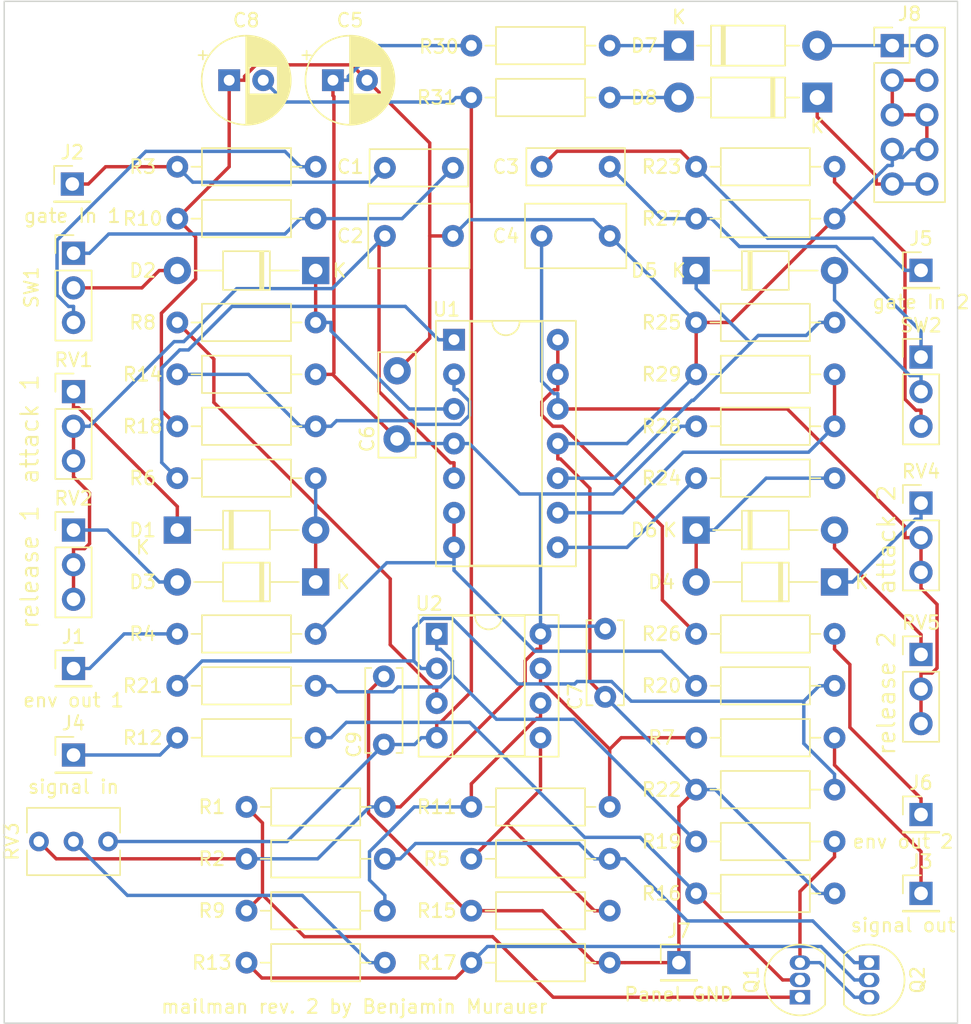
<source format=kicad_pcb>
(kicad_pcb (version 20240108) (generator "pcbnew") (generator_version "8.0")
  (layers (0 "F.Cu" signal) (31 "B.Cu" signal) (34 "B.Paste" user) (35 "F.Paste" user) (36 "B.SilkS" user "B.Silkscreen") (37 "F.SilkS" user "F.Silkscreen") (38 "B.Mask" user) (39 "F.Mask" user) (44 "Edge.Cuts" user))
  (net 0 "")
  (net 1 "Net-(SW1-C)")
  (net 2 "Net-(SW1-A)")
  (net 3 "Net-(SW2-C)")
  (net 4 "Net-(SW2-A)")
  (net 5 "+12V")
  (net 6 "GNDREF")
  (net 7 "-12V")
  (net 8 "Net-(D1-A)")
  (net 9 "Net-(D1-K)")
  (net 10 "Net-(D2-A)")
  (net 11 "Net-(D2-K)")
  (net 12 "Net-(D3-A)")
  (net 13 "Net-(D4-A)")
  (net 14 "Net-(D5-K)")
  (net 15 "Net-(D5-A)")
  (net 16 "Net-(D6-A)")
  (net 17 "Net-(U1A--)")
  (net 18 "Net-(J2-Pin_1)")
  (net 19 "Net-(U2B-+)")
  (net 20 "Net-(D7-K)")
  (net 21 "Net-(D7-A)")
  (net 22 "Net-(D8-A)")
  (net 23 "Net-(J1-Pin_1)")
  (net 24 "Net-(Q1-E)")
  (net 25 "Net-(Q1-C)")
  (net 26 "Net-(Q1-B)")
  (net 27 "Net-(Q2-B)")
  (net 28 "Net-(Q2-C)")
  (net 29 "Net-(U2B--)")
  (net 30 "Net-(U2A--)")
  (net 31 "Net-(U1B-+)")
  (net 32 "Net-(U1B--)")
  (net 33 "Net-(U1D-+)")
  (net 34 "Net-(D4-K)")
  (net 35 "Net-(J4-Pin_1)")
  (net 36 "Net-(U1C--)")
  (net 37 "Net-(U1D--)")
  (net 38 "Net-(J5-Pin_1)")
  (net 39 "Net-(J6-Pin_1)")
  (net 40 "Net-(D8-K)")
  (net 41 "Net-(J3-Pin_1)")
  (net 42 "Net-(R6-Pad1)")
  (net 43 "Net-(R11-Pad2)")
  (net 44 "Net-(R13-Pad2)")
  (net 45 "Net-(R19-Pad1)")
  (net 46 "Net-(R24-Pad1)")
  (net 47 "GND")
  (footprint "Resistor_THT:R_Axial_DIN0207_L6.3mm_D2.5mm_P10.16mm_Horizontal" (layer "F.Cu") (at 15.71 27.07)
    (property "Reference" "R8")
    (property "Value" "100k")
  )
  (footprint "Connector_PinHeader_2.54mm:PinHeader_1x01_P2.54mm_Vertical" (layer "F.Cu") (at 70.32 68.98)
    (property "Reference" "J3")
    (property "Value" "signal out")
  )
  (footprint "Connector_PinHeader_2.54mm:PinHeader_1x03_P2.54mm_Vertical" (layer "F.Cu") (at 8.09 42.31)
    (property "Reference" "RV2")
    (property "Value" "1M")
  )
  (footprint "MountingHole:MountingHole_3.2mm_M3" (layer "F.Cu") (at 8 73.5)
    (property "Reference" "H2" (hide yes))
    (property "Value" "MountingHole")
  )
  (footprint "Diode_THT:D_T-1_P10.16mm_Horizontal" (layer "F.Cu") (at 25.87 46.12 180)
    (property "Reference" "D3")
    (property "Value" "1N4148")
  )
  (footprint "Diode_THT:D_T-1_P10.16mm_Horizontal" (layer "F.Cu") (at 53.81 42.31)
    (property "Reference" "D6")
    (property "Value" "1N4148")
  )
  (footprint "Resistor_THT:R_Axial_DIN0207_L6.3mm_D2.5mm_P10.16mm_Horizontal" (layer "F.Cu") (at 37.3 70.25)
    (property "Reference" "R15")
    (property "Value" "100k")
  )
  (footprint "Resistor_THT:R_Axial_DIN0207_L6.3mm_D2.5mm_P10.16mm_Horizontal" (layer "F.Cu") (at 37.3 74.06)
    (property "Reference" "R17")
    (property "Value" "100R")
  )
  (footprint "Package_TO_SOT_THT:TO-92_Inline" (layer "F.Cu") (at 61.43 76.6 90)
    (property "Reference" "Q1")
    (property "Value" "BC547")
  )
  (footprint "Connector_PinHeader_2.54mm:PinHeader_1x01_P2.54mm_Vertical" (layer "F.Cu") (at 52.54 74.06)
    (property "Reference" "J7")
    (property "Value" "Panel GND")
  )
  (footprint "Resistor_THT:R_Axial_DIN0207_L6.3mm_D2.5mm_P10.16mm_Horizontal" (layer "F.Cu") (at 53.81 30.88)
    (property "Reference" "R29")
    (property "Value" "18k")
  )
  (footprint "Connector_PinHeader_2.54mm:PinHeader_2x05_P2.54mm_Vertical" (layer "F.Cu") (at 68.21 6.75)
    (property "Reference" "J8")
    (property "Value" "Eurorack")
  )
  (footprint "Resistor_THT:R_Axial_DIN0207_L6.3mm_D2.5mm_P10.16mm_Horizontal" (layer "F.Cu") (at 53.81 53.74)
    (property "Reference" "R20")
    (property "Value" "100k")
  )
  (footprint "Resistor_THT:R_Axial_DIN0207_L6.3mm_D2.5mm_P10.16mm_Horizontal" (layer "F.Cu") (at 20.79 74.06)
    (property "Reference" "R13")
    (property "Value" "100k")
  )
  (footprint "Resistor_THT:R_Axial_DIN0207_L6.3mm_D2.5mm_P10.16mm_Horizontal" (layer "F.Cu") (at 15.71 53.74)
    (property "Reference" "R21")
    (property "Value" "82k")
  )
  (footprint "Diode_THT:D_T-1_P10.16mm_Horizontal" (layer "F.Cu") (at 15.71 42.31)
    (property "Reference" "D1")
    (property "Value" "1N4148")
  )
  (footprint "Diode_THT:D_DO-41_SOD81_P10.16mm_Horizontal" (layer "F.Cu") (at 62.7 10.56 180)
    (property "Reference" "D8")
    (property "Value" "1N5819")
  )
  (footprint "Resistor_THT:R_Axial_DIN0207_L6.3mm_D2.5mm_P10.16mm_Horizontal" (layer "F.Cu") (at 53.81 68.98)
    (property "Reference" "R16")
    (property "Value" "100R")
  )
  (footprint "Capacitor_THT:C_Rect_L7.0mm_W2.5mm_P5.00mm" (layer "F.Cu") (at 30.95 15.72)
    (property "Reference" "C1")
    (property "Value" "47nF")
  )
  (footprint "Diode_THT:D_T-1_P10.16mm_Horizontal" (layer "F.Cu") (at 53.81 23.26)
    (property "Reference" "D5")
    (property "Value" "1N4148")
  )
  (footprint "Package_TO_SOT_THT:TO-92_Inline" (layer "F.Cu") (at 66.51 74.06 -90)
    (property "Reference" "Q2")
    (property "Value" "BC547")
  )
  (footprint "Resistor_THT:R_Axial_DIN0207_L6.3mm_D2.5mm_P10.16mm_Horizontal" (layer "F.Cu") (at 37.3 66.44)
    (property "Reference" "R5")
    (property "Value" "10k")
  )
  (footprint "Resistor_THT:R_Axial_DIN0207_L6.3mm_D2.5mm_P10.16mm_Horizontal" (layer "F.Cu") (at 53.81 49.93)
    (property "Reference" "R26")
    (property "Value" "1k")
  )
  (footprint "Resistor_THT:R_Axial_DIN0207_L6.3mm_D2.5mm_P10.16mm_Horizontal" (layer "F.Cu") (at 53.81 61.36)
    (property "Reference" "R22")
    (property "Value" "100k")
  )
  (footprint "Resistor_THT:R_Axial_DIN0207_L6.3mm_D2.5mm_P10.16mm_Horizontal" (layer "F.Cu") (at 15.71 19.45)
    (property "Reference" "R10")
    (property "Value" "100k")
  )
  (footprint "Diode_THT:D_T-1_P10.16mm_Horizontal" (layer "F.Cu") (at 25.87 23.26 180)
    (property "Reference" "D2")
    (property "Value" "1N4148")
  )
  (footprint "Resistor_THT:R_Axial_DIN0207_L6.3mm_D2.5mm_P10.16mm_Horizontal" (layer "F.Cu") (at 53.81 27.07)
    (property "Reference" "R25")
    (property "Value" "100k")
  )
  (footprint "Resistor_THT:R_Axial_DIN0207_L6.3mm_D2.5mm_P10.16mm_Horizontal" (layer "F.Cu") (at 63.97 19.45 180)
    (property "Reference" "R27")
    (property "Value" "100k")
  )
  (footprint "Resistor_THT:R_Axial_DIN0207_L6.3mm_D2.5mm_P10.16mm_Horizontal" (layer "F.Cu") (at 15.71 57.55)
    (property "Reference" "R12")
    (property "Value" "100k")
  )
  (footprint "Connector_PinHeader_2.54mm:PinHeader_1x03_P2.54mm_Vertical" (layer "F.Cu") (at 8.09 21.99)
    (property "Reference" "SW1")
    (property "Value" "Pluck / AD 1")
  )
  (footprint "Connector_PinHeader_2.54mm:PinHeader_1x03_P2.54mm_Vertical" (layer "F.Cu") (at 70.32 51.44)
    (property "Reference" "RV5")
    (property "Value" "1M")
  )
  (footprint "Resistor_THT:R_Axial_DIN0207_L6.3mm_D2.5mm_P10.16mm_Horizontal" (layer "F.Cu") (at 47.46 10.56 180)
    (property "Reference" "R31")
    (property "Value" "10")
  )
  (footprint "Resistor_THT:R_Axial_DIN0207_L6.3mm_D2.5mm_P10.16mm_Horizontal" (layer "F.Cu") (at 15.71 38.5)
    (property "Reference" "R6")
    (property "Value" "560R")
  )
  (footprint "Capacitor_THT:C_Rect_L7.2mm_W4.5mm_P5.00mm_FKS2_FKP2_MKS2_MKP2" (layer "F.Cu") (at 30.95 20.72)
    (property "Reference" "C2")
    (property "Value" "1uF")
  )
  (footprint "Connector_PinHeader_2.54mm:PinHeader_1x03_P2.54mm_Vertical" (layer "F.Cu") (at 70.32 40.33)
    (property "Reference" "RV4")
    (property "Value" "1M")
  )
  (footprint "Resistor_THT:R_Axial_DIN0207_L6.3mm_D2.5mm_P10.16mm_Horizontal" (layer "F.Cu") (at 47.46 6.75 180)
    (property "Reference" "R30")
    (property "Value" "10")
  )
  (footprint "Resistor_THT:R_Axial_DIN0207_L6.3mm_D2.5mm_P10.16mm_Horizontal" (layer "F.Cu") (at 63.97 34.69 180)
    (property "Reference" "R28")
    (property "Value" "82k")
  )
  (footprint "Resistor_THT:R_Axial_DIN0207_L6.3mm_D2.5mm_P10.16mm_Horizontal" (layer "F.Cu") (at 53.81 65.17)
    (property "Reference" "R19")
    (property "Value" "10k")
  )
  (footprint "MountingHole:MountingHole_3.2mm_M3" (layer "F.Cu") (at 8 8.5)
    (property "Reference" "H1" (hide yes))
    (property "Value" "MountingHole")
  )
  (footprint "Connector_PinHeader_2.54mm:PinHeader_1x03_P2.54mm_Vertical" (layer "F.Cu") (at 8.09 32.15)
    (property "Reference" "RV1")
    (property "Value" "1M")
  )
  (footprint "Capacitor_THT:C_Disc_D6.0mm_W2.5mm_P5.00mm" (layer "F.Cu") (at 47.13 54.55 90)
    (property "Reference" "C7")
    (property "Value" "100nF")
  )
  (footprint "Resistor_THT:R_Axial_DIN0207_L6.3mm_D2.5mm_P10.16mm_Horizontal" (layer "F.Cu") (at 15.71 15.64)
    (property "Reference" "R3")
    (property "Value" "100k")
  )
  (footprint "Resistor_THT:R_Axial_DIN0207_L6.3mm_D2.5mm_P10.16mm_Horizontal" (layer "F.Cu") (at 25.87 49.93 180)
    (property "Reference" "R4")
    (property "Value" "1k")
  )
  (footprint "Resistor_THT:R_Axial_DIN0207_L6.3mm_D2.5mm_P10.16mm_Horizontal" (layer "F.Cu") (at 20.79 70.25)
    (property "Reference" "R9")
    (property "Value" "10k")
  )
  (footprint "Resistor_THT:R_Axial_DIN0207_L6.3mm_D2.5mm_P10.16mm_Horizontal" (layer "F.Cu") (at 15.71 34.69)
    (property "Reference" "R18")
    (property "Value" "18k")
  )
  (footprint "Capacitor_THT:C_Disc_D7.5mm_W2.5mm_P5.00mm" (layer "F.Cu") (at 31.85 35.62 90)
    (property "Reference" "C6")
    (property "Value" "100nF")
  )
  (footprint "Resistor_THT:R_Axial_DIN0207_L6.3mm_D2.5mm_P10.16mm_Horizontal" (layer "F.Cu") (at 53.81 57.55)
    (property "Reference" "R7")
    (property "Value" "1k")
  )
  (footprint "Diode_THT:D_T-1_P10.16mm_Horizontal" (layer "F.Cu") (at 63.97 46.12 180)
    (property "Reference" "D4")
    (property "Value" "1N4148")
  )
  (footprint "Potentiometer_THT:Potentiometer_Vishay_T73XW_Horizontal" (layer "F.Cu") (at 5.55 65.17 90)
    (property "Reference" "RV3")
    (property "Value" "100k")
  )
  (footprint "Capacitor_THT:CP_Radial_D6.3mm_P2.50mm" (layer "F.Cu") (at 19.52 9.29)
    (property "Reference" "C8")
    (property "Value" "50uF")
  )
  (footprint "Capacitor_THT:C_Rect_L7.2mm_W4.5mm_P5.00mm_FKS2_FKP2_MKS2_MKP2" (layer "F.Cu") (at 42.46 20.72)
    (property "Reference" "C4")
    (property "Value" "1uF")
  )
  (footprint "Capacitor_THT:CP_Radial_D6.3mm_P2.50mm" (layer "F.Cu") (at 27.14 9.29)
    (property "Reference" "C5")
    (property "Value" "50uF")
  )
  (footprint "Connector_PinHeader_2.54mm:PinHeader_1x01_P2.54mm_Vertical" (layer "F.Cu") (at 8.09 52.47)
    (property "Reference" "J1")
    (property "Value" "env out 1")
  )
  (footprint "Package_DIP:DIP-8_W7.62mm_Socket" (layer "F.Cu") (at 34.76 49.93)
    (property "Reference" "U2")
    (property "Value" "TL072")
  )
  (footprint "Resistor_THT:R_Axial_DIN0207_L6.3mm_D2.5mm_P10.16mm_Horizontal" (layer "F.Cu") (at 20.79 62.63)
    (property "Reference" "R1")
    (property "Value" "20k")
  )
  (footprint "Resistor_THT:R_Axial_DIN0207_L6.3mm_D2.5mm_P10.16mm_Horizontal" (layer "F.Cu") (at 37.3 62.63)
    (property "Reference" "R11")
    (property "Value" "100k")
  )
  (footprint "Diode_THT:D_DO-41_SOD81_P10.16mm_Horizontal" (layer "F.Cu") (at 52.54 6.75)
    (property "Reference" "D7")
    (property "Value" "1N5819")
  )
  (footprint "Resistor_THT:R_Axial_DIN0207_L6.3mm_D2.5mm_P10.16mm_Horizontal" (layer "F.Cu") (at 53.81 15.64)
    (property "Reference" "R23")
    (property "Value" "100k")
  )
  (footprint "Resistor_THT:R_Axial_DIN0207_L6.3mm_D2.5mm_P10.16mm_Horizontal" (layer "F.Cu") (at 20.79 66.44)
    (property "Reference" "R2")
    (property "Value" "20k")
  )
  (footprint "Capacitor_THT:C_Rect_L7.0mm_W2.5mm_P5.00mm" (layer "F.Cu") (at 42.46 15.64)
    (property "Reference" "C3")
    (property "Value" "47nF")
  )
  (footprint "Package_DIP:DIP-14_W7.62mm_Socket" (layer "F.Cu") (at 36.03 28.34)
    (property "Reference" "U1")
    (property "Value" "LM324")
  )
  (footprint "Resistor_THT:R_Axial_DIN0207_L6.3mm_D2.5mm_P10.16mm_Horizontal" (layer "F.Cu") (at 53.81 38.5)
    (property "Reference" "R24")
    (property "Value" "560R")
  )
  (footprint "Connector_PinHeader_2.54mm:PinHeader_1x03_P2.54mm_Vertical" (layer "F.Cu") (at 70.32 29.61)
    (property "Reference" "SW2")
    (property "Value" "Pluck / AD 2")
  )
  (footprint "Connector_PinHeader_2.54mm:PinHeader_1x01_P2.54mm_Vertical" (layer "F.Cu") (at 70.32 23.245)
    (property "Reference" "J5")
    (property "Value" "gate In 2")
  )
  (footprint "Connector_PinHeader_2.54mm:PinHeader_1x01_P2.54mm_Vertical" (layer "F.Cu") (at 70.32 63.19)
    (property "Reference" "J6")
    (property "Value" "env out 2")
  )
  (footprint "Connector_PinHeader_2.54mm:PinHeader_1x01_P2.54mm_Vertical" (layer "F.Cu") (at 8.09 58.82)
    (property "Reference" "J4")
    (property "Value" "signal in")
  )
  (footprint "Capacitor_THT:C_Disc_D6.0mm_W2.5mm_P5.00mm" (layer "F.Cu") (at 30.88 58.05 90)
    (property "Reference" "C9")
    (property "Value" "100nF")
  )
  (footprint "Resistor_THT:R_Axial_DIN0207_L6.3mm_D2.5mm_P10.16mm_Horizontal" (layer "F.Cu") (at 15.71 30.88)
    (property "Reference" "R14")
    (property "Value" "82k")
  )
  (footprint "Connector_PinHeader_2.54mm:PinHeader_1x01_P2.54mm_Vertical" (layer "F.Cu") (at 8 16.91)
    (property "Reference" "J2")
    (property "Value" "gate In 1")
  )
  (gr_rect (start 3 3.5) (end 73 78.5) (stroke (width 0.1)) (fill none) (layer "Edge.Cuts"))
  (gr_text "mailman rev. 2 by Benjamin Murauer" (at 14.44 77.87 0) (layer "F.SilkS") (effects (font (size 1 1)) (justify left bottom)))
  (segment (start 25.87 15.64) (end 24.7433 15.64) (width 0.25) (layer "B.Cu") (net 1))
  (segment (start 23.6166 14.5133) (end 24.7433 15.64) (width 0.25) (layer "B.Cu") (net 1))
  (segment (start 6.8795 21.0321) (end 13.3983 14.5133) (width 0.25) (layer "B.Cu") (net 1))
  (segment (start 7.7223 25.8933) (end 6.8795 25.0505) (width 0.25) (layer "B.Cu") (net 1))
  (segment (start 6.8795 25.0505) (end 6.8795 21.0321) (width 0.25) (layer "B.Cu") (net 1))
  (segment (start 8.09 25.8933) (end 7.7223 25.8933) (width 0.25) (layer "B.Cu") (net 1))
  (segment (start 13.3983 14.5133) (end 23.6166 14.5133) (width 0.25) (layer "B.Cu") (net 1))
  (segment (start 8.09 27.07) (end 8.09 25.8933) (width 0.25) (layer "B.Cu") (net 1))
  (segment (start 25.87 19.45) (end 24.7433 19.45) (width 0.25) (layer "B.Cu") (net 2))
  (segment (start 8.09 21.99) (end 9.2667 21.99) (width 0.25) (layer "B.Cu") (net 2))
  (segment (start 10.68 20.5767) (end 23.6166 20.5767) (width 0.25) (layer "B.Cu") (net 2))
  (segment (start 32.22 19.45) (end 25.87 19.45) (width 0.25) (layer "B.Cu") (net 2))
  (segment (start 9.2667 21.99) (end 10.68 20.5767) (width 0.25) (layer "B.Cu") (net 2))
  (segment (start 35.95 15.72) (end 32.22 19.45) (width 0.25) (layer "B.Cu") (net 2))
  (segment (start 23.6166 20.5767) (end 24.7433 19.45) (width 0.25) (layer "B.Cu") (net 2))
  (segment (start 69.1433 32.7044) (end 69.1433 21.94) (width 0.25) (layer "F.Cu") (net 3))
  (segment (start 69.9522 33.5133) (end 69.1433 32.7044) (width 0.25) (layer "F.Cu") (net 3))
  (segment (start 70.32 34.69) (end 70.32 33.5133) (width 0.25) (layer "F.Cu") (net 3))
  (segment (start 70.32 33.5133) (end 69.9522 33.5133) (width 0.25) (layer "F.Cu") (net 3))
  (segment (start 69.1433 21.94) (end 63.97 16.7667) (width 0.25) (layer "F.Cu") (net 3))
  (segment (start 63.97 15.64) (end 63.97 16.7667) (width 0.25) (layer "F.Cu") (net 3))
  (segment (start 70.32 29.61) (end 70.32 27.7292) (width 0.25) (layer "B.Cu") (net 4))
  (segment (start 51.27 19.45) (end 47.46 15.64) (width 0.25) (layer "B.Cu") (net 4))
  (segment (start 53.81 19.45) (end 54.9367 19.45) (width 0.25) (layer "B.Cu") (net 4))
  (segment (start 64.0881 21.4973) (end 56.984 21.4973) (width 0.25) (layer "B.Cu") (net 4))
  (segment (start 53.81 19.45) (end 51.27 19.45) (width 0.25) (layer "B.Cu") (net 4))
  (segment (start 56.984 21.4973) (end 54.9367 19.45) (width 0.25) (layer "B.Cu") (net 4))
  (segment (start 70.32 27.7292) (end 64.0881 21.4973) (width 0.25) (layer "B.Cu") (net 4))
  (segment (start 42.38 51.0567) (end 42.0982 51.0567) (width 0.25) (layer "F.Cu") (net 5))
  (segment (start 27.14 9.29) (end 27.14 10.4167) (width 0.25) (layer "F.Cu") (net 5))
  (segment (start 41.2533 53.4534) (end 32.0767 62.63) (width 0.25) (layer "F.Cu") (net 5))
  (segment (start 20.79 66.44) (end 6.82 66.44) (width 0.25) (layer "F.Cu") (net 5))
  (segment (start 30.95 62.63) (end 32.0767 62.63) (width 0.25) (layer "F.Cu") (net 5))
  (segment (start 6.82 66.44) (end 5.55 65.17) (width 0.25) (layer "F.Cu") (net 5))
  (segment (start 42.0982 51.0567) (end 41.2533 51.9016) (width 0.25) (layer "F.Cu") (net 5))
  (segment (start 42.38 49.93) (end 42.38 51.0567) (width 0.25) (layer "F.Cu") (net 5))
  (segment (start 31.85 35.62) (end 27.11 30.88) (width 0.25) (layer "F.Cu") (net 5))
  (segment (start 27.2096 10.4863) (end 27.2096 30.7804) (width 0.25) (layer "F.Cu") (net 5))
  (segment (start 27.14 10.4167) (end 27.2096 10.4863) (width 0.25) (layer "F.Cu") (net 5))
  (segment (start 27.2096 30.7804) (end 27.11 30.88) (width 0.25) (layer "F.Cu") (net 5))
  (segment (start 27.11 30.88) (end 25.87 30.88) (width 0.25) (layer "F.Cu") (net 5))
  (segment (start 41.2533 51.9016) (end 41.2533 53.4534) (width 0.25) (layer "F.Cu") (net 5))
  (segment (start 42.38 49.3666) (end 42.38 48.8033) (width 0.25) (layer "B.Cu") (net 5))
  (segment (start 42.38 39.6615) (end 42.38 48.8033) (width 0.25) (layer "B.Cu") (net 5))
  (segment (start 40.8582 39.6615) (end 37.1567 35.96) (width 0.25) (layer "B.Cu") (net 5))
  (segment (start 42.38 49.93) (end 42.38 49.3666) (width 0.25) (layer "B.Cu") (net 5))
  (segment (start 42.38 39.6615) (end 40.8582 39.6615) (width 0.25) (layer "B.Cu") (net 5))
  (segment (start 29.8233 62.63) (end 26.0133 66.44) (width 0.25) (layer "B.Cu") (net 5))
  (segment (start 42.38 49.3666) (end 46.9466 49.3666) (width 0.25) (layer "B.Cu") (net 5))
  (segment (start 36.03 35.96) (end 32.19 35.96) (width 0.25) (layer "B.Cu") (net 5))
  (segment (start 28.2667 9.29) (end 28.2667 9.0083) (width 0.25) (layer "B.Cu") (net 5))
  (segment (start 42.38 39.6615) (end 47.7118 39.6615) (width 0.25) (layer "B.Cu") (net 5))
  (segment (start 47.7118 39.6615) (end 52.6833 34.69) (width 0.25) (layer "B.Cu") (net 5))
  (segment (start 30.95 62.63) (end 29.8233 62.63) (width 0.25) (layer "B.Cu") (net 5))
  (segment (start 46.9466 49.3666) (end 47.13 49.55) (width 0.25) (layer "B.Cu") (net 5))
  (segment (start 32.19 35.96) (end 31.85 35.62) (width 0.25) (layer "B.Cu") (net 5))
  (segment (start 28.2667 9.0083) (end 30.525 6.75) (width 0.25) (layer "B.Cu") (net 5))
  (segment (start 26.0133 66.44) (end 20.79 66.44) (width 0.25) (layer "B.Cu") (net 5))
  (segment (start 30.525 6.75) (end 37.3 6.75) (width 0.25) (layer "B.Cu") (net 5))
  (segment (start 53.81 34.69) (end 52.6833 34.69) (width 0.25) (layer "B.Cu") (net 5))
  (segment (start 36.03 35.96) (end 37.1567 35.96) (width 0.25) (layer "B.Cu") (net 5))
  (segment (start 27.14 9.29) (end 28.2667 9.29) (width 0.25) (layer "B.Cu") (net 5))
  (segment (start 31.3461 50.726) (end 31.3461 45.8919) (width 0.25) (layer "F.Cu") (net 6))
  (segment (start 34.76 55.01) (end 34.76 53.8833) (width 0.25) (layer "F.Cu") (net 6))
  (segment (start 34.5034 53.8833) (end 31.3461 50.726) (width 0.25) (layer "F.Cu") (net 6))
  (segment (start 31.3461 45.8919) (end 18.3948 32.9406) (width 0.25) (layer "F.Cu") (net 6))
  (segment (start 18.3948 29.7548) (end 15.71 27.07) (width 0.25) (layer "F.Cu") (net 6))
  (segment (start 34.76 53.8833) (end 34.5034 53.8833) (width 0.25) (layer "F.Cu") (net 6))
  (segment (start 18.3948 32.9406) (end 18.3948 29.7548) (width 0.25) (layer "F.Cu") (net 6))
  (segment (start 34.76 56.4233) (end 35.0417 56.4233) (width 0.25) (layer "F.Cu") (net 7))
  (segment (start 35.0417 56.4233) (end 37.3 54.165) (width 0.25) (layer "F.Cu") (net 7))
  (segment (start 34.76 57.55) (end 34.76 56.4233) (width 0.25) (layer "F.Cu") (net 7))
  (segment (start 37.3 54.165) (end 37.3 10.56) (width 0.25) (layer "F.Cu") (net 7))
  (segment (start 33.1333 58.05) (end 30.88 58.05) (width 0.25) (layer "B.Cu") (net 7))
  (segment (start 35.8448 10.8885) (end 23.6185 10.8885) (width 0.25) (layer "B.Cu") (net 7))
  (segment (start 34.76 57.55) (end 33.6333 57.55) (width 0.25) (layer "B.Cu") (net 7))
  (segment (start 36.1733 10.56) (end 35.8448 10.8885) (width 0.25) (layer "B.Cu") (net 7))
  (segment (start 33.6333 57.55) (end 33.1333 58.05) (width 0.25) (layer "B.Cu") (net 7))
  (segment (start 23.76 65.17) (end 10.63 65.17) (width 0.25) (layer "B.Cu") (net 7))
  (segment (start 30.88 58.05) (end 23.76 65.17) (width 0.25) (layer "B.Cu") (net 7))
  (segment (start 23.6185 10.8885) (end 22.02 9.29) (width 0.25) (layer "B.Cu") (net 7))
  (segment (start 37.3 10.56) (end 36.1733 10.56) (width 0.25) (layer "B.Cu") (net 7))
  (segment (start 25.87 42.31) (end 25.87 46.12) (width 0.25) (layer "F.Cu") (net 8))
  (segment (start 25.87 42.31) (end 25.87 38.5) (width 0.25) (layer "B.Cu") (net 8))
  (segment (start 8.4578 33.3267) (end 15.71 40.5789) (width 0.25) (layer "F.Cu") (net 9))
  (segment (start 15.71 40.5789) (end 15.71 42.31) (width 0.25) (layer "F.Cu") (net 9))
  (segment (start 8.09 32.15) (end 8.09 33.3267) (width 0.25) (layer "F.Cu") (net 9))
  (segment (start 8.09 33.3267) (end 8.4578 33.3267) (width 0.25) (layer "F.Cu") (net 9))
  (segment (start 13.1133 24.53) (end 14.3833 23.26) (width 0.25) (layer "F.Cu") (net 10))
  (segment (start 15.71 23.26) (end 14.3833 23.26) (width 0.25) (layer "F.Cu") (net 10))
  (segment (start 8.09 24.53) (end 13.1133 24.53) (width 0.25) (layer "F.Cu") (net 10))
  (segment (start 25.87 23.26) (end 25.87 27.07) (width 0.25) (layer "F.Cu") (net 11))
  (segment (start 26.9967 27.6862) (end 26.9967 27.07) (width 0.25) (layer "B.Cu") (net 11))
  (segment (start 36.03 33.42) (end 32.7305 33.42) (width 0.25) (layer "B.Cu") (net 11))
  (segment (start 25.87 27.07) (end 26.9967 27.07) (width 0.25) (layer "B.Cu") (net 11))
  (segment (start 32.7305 33.42) (end 26.9967 27.6862) (width 0.25) (layer "B.Cu") (net 11))
  (segment (start 15.71 46.12) (end 14.3833 46.12) (width 0.25) (layer "B.Cu") (net 12))
  (segment (start 10.5733 42.31) (end 8.09 42.31) (width 0.25) (layer "B.Cu") (net 12))
  (segment (start 14.3833 46.12) (end 10.5733 42.31) (width 0.25) (layer "B.Cu") (net 12))
  (segment (start 53.81 42.31) (end 53.81 46.12) (width 0.25) (layer "F.Cu") (net 13))
  (segment (start 55.1367 42.31) (end 58.9467 38.5) (width 0.25) (layer "B.Cu") (net 13))
  (segment (start 53.81 42.31) (end 55.1367 42.31) (width 0.25) (layer "B.Cu") (net 13))
  (segment (start 58.9467 38.5) (end 63.97 38.5) (width 0.25) (layer "B.Cu") (net 13))
  (segment (start 47.7813 38.5) (end 53.4963 32.785) (width 0.25) (layer "B.Cu") (net 14))
  (segment (start 61.8909 28.0224) (end 62.8433 27.07) (width 0.25) (layer "B.Cu") (net 14))
  (segment (start 53.81 24.5867) (end 57.8091 28.5857) (width 0.25) (layer "B.Cu") (net 14))
  (segment (start 57.8091 28.5857) (end 58.3724 28.0224) (width 0.25) (layer "B.Cu") (net 14))
  (segment (start 53.6098 32.785) (end 57.8091 28.5857) (width 0.25) (layer "B.Cu") (net 14))
  (segment (start 53.81 23.26) (end 53.81 24.5867) (width 0.25) (layer "B.Cu") (net 14))
  (segment (start 58.3724 28.0224) (end 61.8909 28.0224) (width 0.25) (layer "B.Cu") (net 14))
  (segment (start 43.65 38.5) (end 47.7813 38.5) (width 0.25) (layer "B.Cu") (net 14))
  (segment (start 53.4963 32.785) (end 53.6098 32.785) (width 0.25) (layer "B.Cu") (net 14))
  (segment (start 63.97 27.07) (end 62.8433 27.07) (width 0.25) (layer "B.Cu") (net 14))
  (segment (start 63.97 25.4323) (end 63.97 23.26) (width 0.25) (layer "B.Cu") (net 15))
  (segment (start 70.32 32.15) (end 70.32 30.9733) (width 0.25) (layer "B.Cu") (net 15))
  (segment (start 70.32 30.9733) (end 69.511 30.9733) (width 0.25) (layer "B.Cu") (net 15))
  (segment (start 69.511 30.9733) (end 63.97 25.4323) (width 0.25) (layer "B.Cu") (net 15))
  (segment (start 63.97 42.31) (end 63.97 43.6367) (width 0.25) (layer "F.Cu") (net 16))
  (segment (start 70.32 51.44) (end 70.32 49.9867) (width 0.25) (layer "F.Cu") (net 16))
  (segment (start 70.32 49.9867) (end 63.97 43.6367) (width 0.25) (layer "F.Cu") (net 16))
  (segment (start 25.87 34.69) (end 24.7433 34.69) (width 0.25) (layer "B.Cu") (net 17))
  (segment (start 33.2214 34.5476) (end 32.9552 34.2814) (width 0.25) (layer "B.Cu") (net 17))
  (segment (start 37.166 32.861) (end 37.166 33.8847) (width 0.25) (layer "B.Cu") (net 17))
  (segment (start 32.9552 34.2814) (end 27.4053 34.2814) (width 0.25) (layer "B.Cu") (net 17))
  (segment (start 36.03 30.88) (end 36.03 32.0067) (width 0.25) (layer "B.Cu") (net 17))
  (segment (start 36.5031 34.5476) (end 33.2214 34.5476) (width 0.25) (layer "B.Cu") (net 17))
  (segment (start 15.71 30.88) (end 20.9333 30.88) (width 0.25) (layer "B.Cu") (net 17))
  (segment (start 37.166 33.8847) (end 36.5031 34.5476) (width 0.25) (layer "B.Cu") (net 17))
  (segment (start 27.4053 34.2814) (end 26.9967 34.69) (width 0.25) (layer "B.Cu") (net 17))
  (segment (start 25.87 34.69) (end 26.9967 34.69) (width 0.25) (layer "B.Cu") (net 17))
  (segment (start 36.3117 32.0067) (end 37.166 32.861) (width 0.25) (layer "B.Cu") (net 17))
  (segment (start 20.9333 30.88) (end 24.7433 34.69) (width 0.25) (layer "B.Cu") (net 17))
  (segment (start 36.03 32.0067) (end 36.3117 32.0067) (width 0.25) (layer "B.Cu") (net 17))
  (segment (start 8 16.91) (end 9.1767 16.91) (width 0.25) (layer "F.Cu") (net 18))
  (segment (start 10.4467 15.64) (end 9.1767 16.91) (width 0.25) (layer "F.Cu") (net 18))
  (segment (start 15.71 15.64) (end 10.4467 15.64) (width 0.25) (layer "F.Cu") (net 18))
  (segment (start 29.8966 16.7734) (end 16.8434 16.7734) (width 0.25) (layer "B.Cu") (net 18))
  (segment (start 30.95 15.72) (end 29.8966 16.7734) (width 0.25) (layer "B.Cu") (net 18))
  (segment (start 16.8434 16.7734) (end 15.71 15.64) (width 0.25) (layer "B.Cu") (net 18))
  (segment (start 39.9117 63.8283) (end 46.3333 70.25) (width 0.25) (layer "F.Cu") (net 19))
  (segment (start 42.38 61.36) (end 39.9117 63.8283) (width 0.25) (layer "F.Cu") (net 19))
  (segment (start 47.46 70.25) (end 46.3333 70.25) (width 0.25) (layer "F.Cu") (net 19))
  (segment (start 42.38 57.55) (end 42.38 61.36) (width 0.25) (layer "F.Cu") (net 19))
  (segment (start 39.9117 63.8283) (end 37.3 66.44) (width 0.25) (layer "F.Cu") (net 19))
  (segment (start 52.54 6.75) (end 47.46 6.75) (width 0.25) (layer "B.Cu") (net 20))
  (segment (start 62.7 6.75) (end 68.21 6.75) (width 0.25) (layer "B.Cu") (net 21))
  (segment (start 70.75 6.75) (end 68.21 6.75) (width 0.25) (layer "B.Cu") (net 21))
  (segment (start 52.54 10.56) (end 47.46 10.56) (width 0.25) (layer "B.Cu") (net 22))
  (segment (start 8.09 52.47) (end 9.2667 52.47) (width 0.25) (layer "B.Cu") (net 23))
  (segment (start 11.8067 49.93) (end 9.2667 52.47) (width 0.25) (layer "B.Cu") (net 23))
  (segment (start 15.71 49.93) (end 11.8067 49.93) (width 0.25) (layer "B.Cu") (net 23))
  (segment (start 63.97 65.17) (end 63.97 66.2967) (width 0.25) (layer "F.Cu") (net 24))
  (segment (start 61.43 68.8367) (end 63.97 66.2967) (width 0.25) (layer "F.Cu") (net 24))
  (segment (start 61.43 74.06) (end 61.43 68.8367) (width 0.25) (layer "F.Cu") (net 24))
  (segment (start 61.43 74.06) (end 62.8933 74.06) (width 0.25) (layer "B.Cu") (net 24))
  (segment (start 62.8933 74.06) (end 65.4333 76.6) (width 0.25) (layer "B.Cu") (net 24))
  (segment (start 66.51 76.6) (end 65.4333 76.6) (width 0.25) (layer "B.Cu") (net 24))
  (segment (start 38.8662 72.155) (end 25.0442 72.155) (width 0.25) (layer "F.Cu") (net 25))
  (segment (start 21.9646 63.8046) (end 21.9646 69.0754) (width 0.25) (layer "F.Cu") (net 25))
  (segment (start 21.9646 69.0754) (end 20.79 70.25) (width 0.25) (layer "F.Cu") (net 25))
  (segment (start 20.79 62.63) (end 21.9646 63.8046) (width 0.25) (layer "F.Cu") (net 25))
  (segment (start 43.3112 76.6) (end 38.8662 72.155) (width 0.25) (layer "F.Cu") (net 25))
  (segment (start 61.43 76.6) (end 43.3112 76.6) (width 0.25) (layer "F.Cu") (net 25))
  (segment (start 25.0442 72.155) (end 21.9646 69.0754) (width 0.25) (layer "F.Cu") (net 25))
  (segment (start 61.43 75.33) (end 60.16 75.33) (width 0.25) (layer "F.Cu") (net 26))
  (segment (start 60.16 75.33) (end 53.81 68.98) (width 0.25) (layer "F.Cu") (net 26))
  (segment (start 45.6204 64.8631) (end 49.6931 64.8631) (width 0.25) (layer "B.Cu") (net 26))
  (segment (start 37.1806 56.4233) (end 45.6204 64.8631) (width 0.25) (layer "B.Cu") (net 26))
  (segment (start 26.9967 57.55) (end 28.1234 56.4233) (width 0.25) (layer "B.Cu") (net 26))
  (segment (start 25.87 57.55) (end 26.9967 57.55) (width 0.25) (layer "B.Cu") (net 26))
  (segment (start 28.1234 56.4233) (end 37.1806 56.4233) (width 0.25) (layer "B.Cu") (net 26))
  (segment (start 49.6931 64.8631) (end 53.81 68.98) (width 0.25) (layer "B.Cu") (net 26))
  (segment (start 37.3 74.06) (end 36.1722 75.1878) (width 0.25) (layer "F.Cu") (net 27))
  (segment (start 21.9178 75.1878) (end 20.79 74.06) (width 0.25) (layer "F.Cu") (net 27))
  (segment (start 36.1722 75.1878) (end 21.9178 75.1878) (width 0.25) (layer "F.Cu") (net 27))
  (segment (start 62.976 72.8727) (end 65.4333 75.33) (width 0.25) (layer "B.Cu") (net 27))
  (segment (start 37.3 74.06) (end 38.4873 72.8727) (width 0.25) (layer "B.Cu") (net 27))
  (segment (start 38.4873 72.8727) (end 62.976 72.8727) (width 0.25) (layer "B.Cu") (net 27))
  (segment (start 66.51 75.33) (end 65.4333 75.33) (width 0.25) (layer "B.Cu") (net 27))
  (segment (start 33.2034 65.3133) (end 45.2066 65.3133) (width 0.25) (layer "B.Cu") (net 28))
  (segment (start 53.1469 71.0002) (end 48.5867 66.44) (width 0.25) (layer "B.Cu") (net 28))
  (segment (start 65.4333 74.06) (end 62.3735 71.0002) (width 0.25) (layer "B.Cu") (net 28))
  (segment (start 32.0767 66.44) (end 33.2034 65.3133) (width 0.25) (layer "B.Cu") (net 28))
  (segment (start 30.95 66.44) (end 32.0767 66.44) (width 0.25) (layer "B.Cu") (net 28))
  (segment (start 46.8967 66.44) (end 47.46 66.44) (width 0.25) (layer "B.Cu") (net 28))
  (segment (start 62.3735 71.0002) (end 53.1469 71.0002) (width 0.25) (layer "B.Cu") (net 28))
  (segment (start 66.51 74.06) (end 65.4333 74.06) (width 0.25) (layer "B.Cu") (net 28))
  (segment (start 47.46 66.44) (end 48.5867 66.44) (width 0.25) (layer "B.Cu") (net 28))
  (segment (start 46.8967 66.44) (end 46.3333 66.44) (width 0.25) (layer "B.Cu") (net 28))
  (segment (start 45.2066 65.3133) (end 46.3333 66.44) (width 0.25) (layer "B.Cu") (net 28))
  (segment (start 42.38 55.01) (end 42.38 56.1367) (width 0.25) (layer "F.Cu") (net 29))
  (segment (start 37.3 60.935) (end 37.3 62.63) (width 0.25) (layer "F.Cu") (net 29))
  (segment (start 42.0983 56.1367) (end 37.3 60.935) (width 0.25) (layer "F.Cu") (net 29))
  (segment (start 42.38 56.1367) (end 42.0983 56.1367) (width 0.25) (layer "F.Cu") (net 29))
  (segment (start 37.3 62.63) (end 33.1069 62.63) (width 0.25) (layer "B.Cu") (net 29))
  (segment (start 29.8233 67.9966) (end 30.95 69.1233) (width 0.25) (layer "B.Cu") (net 29))
  (segment (start 30.95 70.25) (end 30.95 69.1233) (width 0.25) (layer "B.Cu") (net 29))
  (segment (start 29.8233 65.9136) (end 29.8233 67.9966) (width 0.25) (layer "B.Cu") (net 29))
  (segment (start 33.1069 62.63) (end 29.8233 65.9136) (width 0.25) (layer "B.Cu") (net 29))
  (segment (start 34.76 52.47) (end 33.6333 52.47) (width 0.25) (layer "B.Cu") (net 30))
  (segment (start 49.0446 54.8711) (end 47.5968 53.4233) (width 0.25) (layer "B.Cu") (net 30))
  (segment (start 61.7122 57.9755) (end 63.97 60.2333) (width 0.25) (layer "B.Cu") (net 30))
  (segment (start 45.067 53.4233) (end 44.8889 53.6014) (width 0.25) (layer "B.Cu") (net 30))
  (segment (start 33.0776 49.5012) (end 33.0776 51.9143) (width 0.25) (layer "B.Cu") (net 30))
  (segment (start 33.0776 51.9143) (end 17.5357 51.9143) (width 0.25) (layer "B.Cu") (net 30))
  (segment (start 44.8889 53.6014) (end 40.7055 53.6014) (width 0.25) (layer "B.Cu") (net 30))
  (segment (start 33.7771 48.8017) (end 33.0776 49.5012) (width 0.25) (layer "B.Cu") (net 30))
  (segment (start 61.7122 54.8711) (end 49.0446 54.8711) (width 0.25) (layer "B.Cu") (net 30))
  (segment (start 47.5968 53.4233) (end 45.067 53.4233) (width 0.25) (layer "B.Cu") (net 30))
  (segment (start 62.8433 53.74) (end 61.7122 54.8711) (width 0.25) (layer "B.Cu") (net 30))
  (segment (start 40.7055 53.6014) (end 35.9058 48.8017) (width 0.25) (layer "B.Cu") (net 30))
  (segment (start 61.7122 54.8711) (end 61.7122 57.9755) (width 0.25) (layer "B.Cu") (net 30))
  (segment (start 35.9058 48.8017) (end 33.7771 48.8017) (width 0.25) (layer "B.Cu") (net 30))
  (segment (start 63.97 61.36) (end 63.97 60.2333) (width 0.25) (layer "B.Cu") (net 30))
  (segment (start 33.6333 52.47) (end 33.0776 51.9143) (width 0.25) (layer "B.Cu") (net 30))
  (segment (start 63.97 53.74) (end 62.8433 53.74) (width 0.25) (layer "B.Cu") (net 30))
  (segment (start 17.5357 51.9143) (end 15.71 53.74) (width 0.25) (layer "B.Cu") (net 30))
  (segment (start 30.5223 32.1383) (end 30.5223 21.1477) (width 0.25) (layer "F.Cu") (net 31))
  (segment (start 9.2667 43.3056) (end 9.2667 39.5834) (width 0.25) (layer "F.Cu") (net 31))
  (segment (start 8.09 34.69) (end 8.09 37.23) (width 0.25) (layer "F.Cu") (net 31))
  (segment (start 30.5223 21.1477) (end 30.95 20.72) (width 0.25) (layer "F.Cu") (net 31))
  (segment (start 35.7573 37.3733) (end 30.5223 32.1383) (width 0.25) (layer "F.Cu") (net 31))
  (segment (start 8.09 37.23) (end 8.09 38.4067) (width 0.25) (layer "F.Cu") (net 31))
  (segment (start 8.09 43.6733) (end 8.899 43.6733) (width 0.25) (layer "F.Cu") (net 31))
  (segment (start 8.09 44.85) (end 8.09 43.6733) (width 0.25) (layer "F.Cu") (net 31))
  (segment (start 8.899 43.6733) (end 9.2667 43.3056) (width 0.25) (layer "F.Cu") (net 31))
  (segment (start 8.09 44.85) (end 8.09 47.39) (width 0.25) (layer "F.Cu") (net 31))
  (segment (start 36.03 37.3733) (end 35.7573 37.3733) (width 0.25) (layer "F.Cu") (net 31))
  (segment (start 36.03 38.5) (end 36.03 37.3733) (width 0.25) (layer "F.Cu") (net 31))
  (segment (start 9.2667 39.5834) (end 8.09 38.4067) (width 0.25) (layer "F.Cu") (net 31))
  (segment (start 20.0732 24.5867) (end 16.1825 28.4774) (width 0.25) (layer "B.Cu") (net 31))
  (segment (start 15.4793 28.4774) (end 9.2667 34.69) (width 0.25) (layer "B.Cu") (net 31))
  (segment (start 30.95 20.72) (end 27.0833 24.5867) (width 0.25) (layer "B.Cu") (net 31))
  (segment (start 8.09 34.69) (end 9.2667 34.69) (width 0.25) (layer "B.Cu") (net 31))
  (segment (start 27.0833 24.5867) (end 20.0732 24.5867) (width 0.25) (layer "B.Cu") (net 31))
  (segment (start 16.1825 28.4774) (end 15.4793 28.4774) (width 0.25) (layer "B.Cu") (net 31))
  (segment (start 36.03 43.58) (end 36.03 41.04) (width 0.25) (layer "F.Cu") (net 32))
  (segment (start 51.27 51.2) (end 41.9623 51.2) (width 0.25) (layer "B.Cu") (net 32))
  (segment (start 36.03 45.2677) (end 36.03 44.7067) (width 0.25) (layer "B.Cu") (net 32))
  (segment (start 25.87 49.93) (end 31.0933 44.7067) (width 0.25) (layer "B.Cu") (net 32))
  (segment (start 41.9623 51.2) (end 36.03 45.2677) (width 0.25) (layer "B.Cu") (net 32))
  (segment (start 31.0933 44.7067) (end 36.03 44.7067) (width 0.25) (layer "B.Cu") (net 32))
  (segment (start 36.03 43.58) (end 36.03 44.7067) (width 0.25) (layer "B.Cu") (net 32))
  (segment (start 53.81 53.74) (end 51.27 51.2) (width 0.25) (layer "B.Cu") (net 32))
  (segment (start 69.1433 42.87) (end 69.1433 42.061) (width 0.25) (layer "F.Cu") (net 33))
  (segment (start 70.32 42.87) (end 70.32 45.41) (width 0.25) (layer "F.Cu") (net 33))
  (segment (start 60.5023 33.42) (end 44.7767 33.42) (width 0.25) (layer "F.Cu") (net 33))
  (segment (start 43.65 33.42) (end 44.7767 33.42) (width 0.25) (layer "F.Cu") (net 33))
  (segment (start 70.32 45.41) (end 70.32 46.5867) (width 0.25) (layer "F.Cu") (net 33))
  (segment (start 70.32 42.87) (end 69.1433 42.87) (width 0.25) (layer "F.Cu") (net 33))
  (segment (start 71.129 52.8033) (end 71.4967 52.4356) (width 0.25) (layer "F.Cu") (net 33))
  (segment (start 69.1433 42.061) (end 60.5023 33.42) (width 0.25) (layer "F.Cu") (net 33))
  (segment (start 71.4967 52.4356) (end 71.4967 47.7634) (width 0.25) (layer "F.Cu") (net 33))
  (segment (start 71.4967 47.7634) (end 70.32 46.5867) (width 0.25) (layer "F.Cu") (net 33))
  (segment (start 70.32 53.98) (end 70.32 52.8033) (width 0.25) (layer "F.Cu") (net 33))
  (segment (start 70.32 52.8033) (end 71.129 52.8033) (width 0.25) (layer "F.Cu") (net 33))
  (segment (start 70.32 56.52) (end 70.32 53.98) (width 0.25) (layer "F.Cu") (net 33))
  (segment (start 42.46 31.385) (end 42.46 20.72) (width 0.25) (layer "B.Cu") (net 33))
  (segment (start 43.65 32.2933) (end 43.3683 32.2933) (width 0.25) (layer "B.Cu") (net 33))
  (segment (start 43.65 33.42) (end 43.65 32.2933) (width 0.25) (layer "B.Cu") (net 33))
  (segment (start 43.3683 32.2933) (end 42.46 31.385) (width 0.25) (layer "B.Cu") (net 33))
  (segment (start 63.97 46.12) (end 65.2967 46.12) (width 0.25) (layer "B.Cu") (net 34))
  (segment (start 65.2967 46.12) (end 69.91 41.5067) (width 0.25) (layer "B.Cu") (net 34))
  (segment (start 70.32 40.33) (end 70.32 41.5067) (width 0.25) (layer "B.Cu") (net 34))
  (segment (start 69.91 41.5067) (end 70.32 41.5067) (width 0.25) (layer "B.Cu") (net 34))
  (segment (start 14.44 58.82) (end 15.71 57.55) (width 0.25) (layer "B.Cu") (net 35))
  (segment (start 8.09 58.82) (end 14.44 58.82) (width 0.25) (layer "B.Cu") (net 35))
  (segment (start 63.97 34.69) (end 63.97 30.88) (width 0.25) (layer "F.Cu") (net 36))
  (segment (start 63.97 34.69) (end 62.065 36.595) (width 0.25) (layer "B.Cu") (net 36))
  (segment (start 62.065 36.595) (end 52.8575 36.595) (width 0.25) (layer "B.Cu") (net 36))
  (segment (start 52.8575 36.595) (end 48.4125 41.04) (width 0.25) (layer "B.Cu") (net 36))
  (segment (start 48.4125 41.04) (end 43.65 41.04) (width 0.25) (layer "B.Cu") (net 36))
  (segment (start 43.65 32.0067) (end 43.3683 32.0067) (width 0.25) (layer "F.Cu") (net 37))
  (segment (start 43.65 30.88) (end 43.65 32.0067) (width 0.25) (layer "F.Cu") (net 37))
  (segment (start 51.3252 42.0296) (end 51.3252 47.4452) (width 0.25) (layer "F.Cu") (net 37))
  (segment (start 43.3683 32.0067) (end 42.474 32.901) (width 0.25) (layer "F.Cu") (net 37))
  (segment (start 42.474 32.901) (end 42.474 33.8776) (width 0.25) (layer "F.Cu") (net 37))
  (segment (start 43.65 28.34) (end 43.65 30.88) (width 0.25) (layer "F.Cu") (net 37))
  (segment (start 42.474 33.8776) (end 43.2864 34.69) (width 0.25) (layer "F.Cu") (net 37))
  (segment (start 43.2864 34.69) (end 43.9856 34.69) (width 0.25) (layer "F.Cu") (net 37))
  (segment (start 51.3252 47.4452) (end 53.81 49.93) (width 0.25) (layer "F.Cu") (net 37))
  (segment (start 43.9856 34.69) (end 51.3252 42.0296) (width 0.25) (layer "F.Cu") (net 37))
  (segment (start 42.46 15.64) (end 43.5969 14.5031) (width 0.25) (layer "F.Cu") (net 38))
  (segment (start 52.6731 14.5031) (end 53.81 15.64) (width 0.25) (layer "F.Cu") (net 38))
  (segment (start 43.5969 14.5031) (end 52.6731 14.5031) (width 0.25) (layer "F.Cu") (net 38))
  (segment (start 59.0564 20.8864) (end 53.81 15.64) (width 0.25) (layer "B.Cu") (net 38))
  (segment (start 66.7847 20.8864) (end 59.0564 20.8864) (width 0.25) (layer "B.Cu") (net 38))
  (segment (start 70.32 23.245) (end 69.1433 23.245) (width 0.25) (layer "B.Cu") (net 38))
  (segment (start 69.1433 23.245) (end 66.7847 20.8864) (width 0.25) (layer "B.Cu") (net 38))
  (segment (start 70.32 62.0133) (end 65.0967 56.79) (width 0.25) (layer "F.Cu") (net 39))
  (segment (start 70.32 63.19) (end 70.32 62.0133) (width 0.25) (layer "F.Cu") (net 39))
  (segment (start 65.0967 56.79) (end 65.0967 52.1834) (width 0.25) (layer "F.Cu") (net 39))
  (segment (start 65.0967 52.1834) (end 63.97 51.0567) (width 0.25) (layer "F.Cu") (net 39))
  (segment (start 63.97 49.93) (end 63.97 51.0567) (width 0.25) (layer "F.Cu") (net 39))
  (segment (start 67.0333 16.32) (end 67.0333 16.91) (width 0.25) (layer "F.Cu") (net 40))
  (segment (start 68.21 16.91) (end 67.0333 16.91) (width 0.25) (layer "F.Cu") (net 40))
  (segment (start 62.7 11.9867) (end 67.0333 16.32) (width 0.25) (layer "F.Cu") (net 40))
  (segment (start 62.7 10.56) (end 62.7 11.9867) (width 0.25) (layer "F.Cu") (net 40))
  (segment (start 70.75 16.91) (end 68.21 16.91) (width 0.25) (layer "B.Cu") (net 40))
  (segment (start 70.32 68.98) (end 70.32 65.9083) (width 0.25) (layer "F.Cu") (net 41))
  (segment (start 63.97 59.5583) (end 63.97 57.55) (width 0.25) (layer "F.Cu") (net 41))
  (segment (start 70.32 65.9083) (end 63.97 59.5583) (width 0.25) (layer "F.Cu") (net 41))
  (segment (start 14.5667 30.4115) (end 15.8898 29.0884) (width 0.25) (layer "B.Cu") (net 42))
  (segment (start 15.8898 29.0884) (end 16.5285 29.0884) (width 0.25) (layer "B.Cu") (net 42))
  (segment (start 19.725 25.8919) (end 32.4552 25.8919) (width 0.25) (layer "B.Cu") (net 42))
  (segment (start 32.4552 25.8919) (end 34.9033 28.34) (width 0.25) (layer "B.Cu") (net 42))
  (segment (start 15.71 38.5) (end 14.5667 37.3567) (width 0.25) (layer "B.Cu") (net 42))
  (segment (start 36.03 28.34) (end 34.9033 28.34) (width 0.25) (layer "B.Cu") (net 42))
  (segment (start 14.5667 37.3567) (end 14.5667 30.4115) (width 0.25) (layer "B.Cu") (net 42))
  (segment (start 16.5285 29.0884) (end 19.725 25.8919) (width 0.25) (layer "B.Cu") (net 42))
  (segment (start 42.38 52.47) (end 42.38 53.5967) (width 0.25) (layer "F.Cu") (net 43))
  (segment (start 53.81 57.55) (end 48.305 57.55) (width 0.25) (layer "F.Cu") (net 43))
  (segment (start 48.305 57.55) (end 47.46 58.395) (width 0.25) (layer "F.Cu") (net 43))
  (segment (start 42.6617 53.5967) (end 47.46 58.395) (width 0.25) (layer "F.Cu") (net 43))
  (segment (start 42.38 53.5967) (end 42.6617 53.5967) (width 0.25) (layer "F.Cu") (net 43))
  (segment (start 47.46 58.395) (end 47.46 62.63) (width 0.25) (layer "F.Cu") (net 43))
  (segment (start 24.8866 69.1233) (end 29.8233 74.06) (width 0.25) (layer "B.Cu") (net 44))
  (segment (start 8.09 65.17) (end 12.0433 69.1233) (width 0.25) (layer "B.Cu") (net 44))
  (segment (start 12.0433 69.1233) (end 24.8866 69.1233) (width 0.25) (layer "B.Cu") (net 44))
  (segment (start 30.95 74.06) (end 29.8233 74.06) (width 0.25) (layer "B.Cu") (net 44))
  (segment (start 25.87 53.74) (end 26.9967 53.74) (width 0.25) (layer "B.Cu") (net 45))
  (segment (start 31.904 53.826) (end 31.552 54.178) (width 0.25) (layer "B.Cu") (net 45))
  (segment (start 35.8997 51.9147) (end 35.8997 52.9505) (width 0.25) (layer "B.Cu") (net 45))
  (segment (start 35.0417 51.0567) (end 35.8997 51.9147) (width 0.25) (layer "B.Cu") (net 45))
  (segment (start 31.552 54.178) (end 27.4347 54.178) (width 0.25) (layer "B.Cu") (net 45))
  (segment (start 39.1475 56.1983) (end 35.8997 52.9505) (width 0.25) (layer "B.Cu") (net 45))
  (segment (start 53.81 65.17) (end 44.8383 56.1983) (width 0.25) (layer "B.Cu") (net 45))
  (segment (start 34.76 49.93) (end 34.76 51.0567) (width 0.25) (layer "B.Cu") (net 45))
  (segment (start 35.8997 52.9505) (end 35.0242 53.826) (width 0.25) (layer "B.Cu") (net 45))
  (segment (start 35.0242 53.826) (end 31.904 53.826) (width 0.25) (layer "B.Cu") (net 45))
  (segment (start 27.4347 54.178) (end 26.9967 53.74) (width 0.25) (layer "B.Cu") (net 45))
  (segment (start 44.8383 56.1983) (end 39.1475 56.1983) (width 0.25) (layer "B.Cu") (net 45))
  (segment (start 34.76 51.0567) (end 35.0417 51.0567) (width 0.25) (layer "B.Cu") (net 45))
  (segment (start 43.65 43.58) (end 48.73 43.58) (width 0.25) (layer "B.Cu") (net 46))
  (segment (start 48.73 43.58) (end 53.81 38.5) (width 0.25) (layer "B.Cu") (net 46))
  (segment (start 47.13 54.55) (end 46.0033 53.4233) (width 0.25) (layer "F.Cu") (net 47))
  (segment (start 14.5417 33.5217) (end 14.5417 26.3959) (width 0.25) (layer "F.Cu") (net 47))
  (segment (start 68.21 9.29) (end 69.5733 9.29) (width 0.25) (layer "F.Cu") (net 47))
  (segment (start 68.21 11.83) (end 69.3867 11.83) (width 0.25) (layer "F.Cu") (net 47))
  (segment (start 15.71 34.69) (end 14.5417 33.5217) (width 0.25) (layer "F.Cu") (net 47))
  (segment (start 29.64 9.29) (end 28.5133 8.1633) (width 0.25) (layer "F.Cu") (net 47))
  (segment (start 70.75 11.83) (end 69.3867 11.83) (width 0.25) (layer "F.Cu") (net 47))
  (segment (start 46.0033 53.4233) (end 46.0033 39.2458) (width 0.25) (layer "F.Cu") (net 47))
  (segment (start 68.21 11.83) (end 68.21 9.29) (width 0.25) (layer "F.Cu") (net 47))
  (segment (start 56.35 27.07) (end 53.81 27.07) (width 0.25) (layer "F.Cu") (net 47))
  (segment (start 52.54 62.63) (end 52.54 74.06) (width 0.25) (layer "F.Cu") (net 47))
  (segment (start 17.0587 20.7987) (end 15.71 19.45) (width 0.25) (layer "F.Cu") (net 47))
  (segment (start 37.3 70.25) (end 36.9118 70.25) (width 0.25) (layer "F.Cu") (net 47))
  (segment (start 35.95 20.72) (end 34.2458 20.72) (width 0.25) (layer "F.Cu") (net 47))
  (segment (start 29.7525 54.1775) (end 30.88 53.05) (width 0.25) (layer "F.Cu") (net 47))
  (segment (start 19.52 15.64) (end 15.71 19.45) (width 0.25) (layer "F.Cu") (net 47))
  (segment (start 34.2458 28.2242) (end 31.85 30.62) (width 0.25) (layer "F.Cu") (net 47))
  (segment (start 29.7525 63.0907) (end 29.7525 54.1775) (width 0.25) (layer "F.Cu") (net 47))
  (segment (start 34.2458 13.8958) (end 29.64 9.29) (width 0.25) (layer "F.Cu") (net 47))
  (segment (start 14.5417 26.3959) (end 17.0587 23.8789) (width 0.25) (layer "F.Cu") (net 47))
  (segment (start 46.0033 39.2458) (end 43.8442 37.0867) (width 0.25) (layer "F.Cu") (net 47))
  (segment (start 34.2458 20.72) (end 34.2458 13.8958) (width 0.25) (layer "F.Cu") (net 47))
  (segment (start 36.9118 70.25) (end 29.7525 63.0907) (width 0.25) (layer "F.Cu") (net 47))
  (segment (start 47.46 74.06) (end 46.3333 74.06) (width 0.25) (layer "F.Cu") (net 47))
  (segment (start 63.97 19.45) (end 56.35 27.07) (width 0.25) (layer "F.Cu") (net 47))
  (segment (start 43.65 35.96) (end 43.65 37.0867) (width 0.25) (layer "F.Cu") (net 47))
  (segment (start 47.46 74.06) (end 48.5867 74.06) (width 0.25) (layer "F.Cu") (net 47))
  (segment (start 53.81 61.36) (end 52.54 62.63) (width 0.25) (layer "F.Cu") (net 47))
  (segment (start 53.81 27.07) (end 53.81 30.88) (width 0.25) (layer "F.Cu") (net 47))
  (segment (start 70.75 9.29) (end 69.5733 9.29) (width 0.25) (layer "F.Cu") (net 47))
  (segment (start 28.5133 8.1633) (end 21.4916 8.1633) (width 0.25) (layer "F.Cu") (net 47))
  (segment (start 19.52 9.29) (end 19.52 15.64) (width 0.25) (layer "F.Cu") (net 47))
  (segment (start 43.8442 37.0867) (end 43.65 37.0867) (width 0.25) (layer "F.Cu") (net 47))
  (segment (start 46.3333 74.06) (end 42.5233 70.25) (width 0.25) (layer "F.Cu") (net 47))
  (segment (start 21.4916 8.1633) (end 20.6467 9.0082) (width 0.25) (layer "F.Cu") (net 47))
  (segment (start 42.5233 70.25) (end 37.3 70.25) (width 0.25) (layer "F.Cu") (net 47))
  (segment (start 17.0587 23.8789) (end 17.0587 20.7987) (width 0.25) (layer "F.Cu") (net 47))
  (segment (start 20.6467 9.0082) (end 20.6467 9.29) (width 0.25) (layer "F.Cu") (net 47))
  (segment (start 52.54 74.06) (end 48.5867 74.06) (width 0.25) (layer "F.Cu") (net 47))
  (segment (start 34.2458 20.72) (end 34.2458 28.2242) (width 0.25) (layer "F.Cu") (net 47))
  (segment (start 19.52 9.29) (end 20.6467 9.29) (width 0.25) (layer "F.Cu") (net 47))
  (segment (start 70.75 14.37) (end 70.75 11.83) (width 0.25) (layer "F.Cu") (net 47))
  (segment (start 68.21 14.9583) (end 68.21 15.5467) (width 0.25) (layer "B.Cu") (net 47))
  (segment (start 68.21 14.9583) (end 68.985 14.9583) (width 0.25) (layer "B.Cu") (net 47))
  (segment (start 48.73 35.96) (end 43.65 35.96) (width 0.25) (layer "B.Cu") (net 47))
  (segment (start 67.8733 15.5467) (end 68.21 15.5467) (width 0.25) (layer "B.Cu") (net 47))
  (segment (start 46.2694 19.5294) (end 47.46 20.72) (width 0.25) (layer "B.Cu") (net 47))
  (segment (start 53.81 61.36) (end 55.2233 61.36) (width 0.25) (layer "B.Cu") (net 47))
  (segment (start 55.2233 61.36) (end 62.8433 68.98) (width 0.25) (layer "B.Cu") (net 47))
  (segment (start 53.81 61.23) (end 53.81 61.36) (width 0.25) (layer "B.Cu") (net 47))
  (segment (start 68.21 14.37) (end 68.21 14.9583) (width 0.25) (layer "B.Cu") (net 47))
  (segment (start 70.75 14.37) (end 69.5733 14.37) (width 0.25) (layer "B.Cu") (net 47))
  (segment (start 53.81 30.88) (end 48.73 35.96) (width 0.25) (layer "B.Cu") (net 47))
  (segment (start 37.1406 19.5294) (end 46.2694 19.5294) (width 0.25) (layer "B.Cu") (net 47))
  (segment (start 63.97 68.98) (end 62.8433 68.98) (width 0.25) (layer "B.Cu") (net 47))
  (segment (start 68.985 14.9583) (end 69.5733 14.37) (width 0.25) (layer "B.Cu") (net 47))
  (segment (start 53.81 27.07) (end 47.46 20.72) (width 0.25) (layer "B.Cu") (net 47))
  (segment (start 35.95 20.72) (end 37.1406 19.5294) (width 0.25) (layer "B.Cu") (net 47))
  (segment (start 63.97 19.45) (end 67.8733 15.5467) (width 0.25) (layer "B.Cu") (net 47))
  (segment (start 47.13 54.55) (end 53.81 61.23) (width 0.25) (layer "B.Cu") (net 47))
)
</source>
